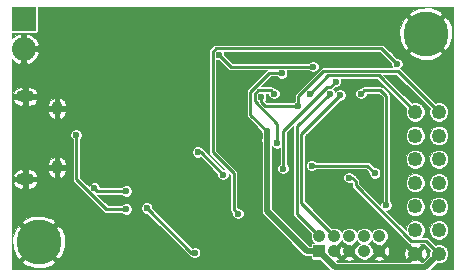
<source format=gbl>
G04 #@! TF.FileFunction,Copper,L2,Bot,Signal*
%FSLAX46Y46*%
G04 Gerber Fmt 4.6, Leading zero omitted, Abs format (unit mm)*
G04 Created by KiCad (PCBNEW 0.201602050916+6538~42~ubuntu15.10.1-product) date Fri 05 Feb 2016 02:43:43 PM EST*
%MOMM*%
G01*
G04 APERTURE LIST*
%ADD10C,0.100000*%
%ADD11R,1.050000X1.050000*%
%ADD12C,1.050000*%
%ADD13C,0.600000*%
%ADD14R,2.032000X2.032000*%
%ADD15O,2.032000X2.032000*%
%ADD16C,3.800000*%
%ADD17O,0.950000X1.250000*%
%ADD18O,1.550000X1.000000*%
%ADD19C,1.250000*%
%ADD20C,0.250000*%
%ADD21C,0.500000*%
%ADD22C,0.125000*%
G04 APERTURE END LIST*
D10*
D11*
X155575000Y-107696000D03*
D12*
X156845000Y-107696000D03*
X158115000Y-107696000D03*
X159385000Y-107696000D03*
X160655000Y-107696000D03*
X156845000Y-106426000D03*
X158115000Y-106426000D03*
X159385000Y-106426000D03*
X160655000Y-106426000D03*
X155575000Y-106426000D03*
D13*
X154432000Y-91313000D03*
X160274000Y-91567000D03*
X154686000Y-99441000D03*
X147955000Y-107442000D03*
X145288000Y-91313000D03*
X147320000Y-93091000D03*
X145923000Y-91059000D03*
X158496000Y-103886000D03*
X158496000Y-103124000D03*
X152273000Y-101854000D03*
X138176000Y-101473000D03*
X137414000Y-101600000D03*
X138049000Y-98298000D03*
X137414000Y-99187000D03*
X142621000Y-99949000D03*
X143002000Y-99314000D03*
X142240000Y-99314000D03*
X143891000Y-88773000D03*
X143510000Y-88138000D03*
X144145000Y-88138000D03*
X162814000Y-94107000D03*
X163322000Y-94615000D03*
X161798000Y-94996000D03*
X154178000Y-93345000D03*
X154432000Y-92710000D03*
X142494000Y-95377000D03*
X142494000Y-94742000D03*
X142494000Y-94107000D03*
X141478000Y-96393000D03*
X140335000Y-95377000D03*
X140335000Y-94742000D03*
X140335000Y-94107000D03*
X148209000Y-108077000D03*
X147574000Y-108077000D03*
X153670000Y-108966000D03*
X153035000Y-108966000D03*
X152400000Y-108966000D03*
X149606000Y-87249000D03*
X148971000Y-87249000D03*
X148336000Y-87249000D03*
X147701000Y-87249000D03*
X139827000Y-106934000D03*
X140081000Y-106299000D03*
X139319000Y-106299000D03*
X143226000Y-103916000D03*
X144526000Y-103886000D03*
X144526000Y-102616000D03*
X143226000Y-102616000D03*
X149606000Y-101219000D03*
X150368000Y-101219000D03*
X149987000Y-101854000D03*
X154686000Y-98044000D03*
X157152000Y-98933000D03*
X158877000Y-98933000D03*
X158877000Y-97208000D03*
D14*
X130556000Y-88011000D03*
D15*
X130556000Y-90551000D03*
D16*
X131826000Y-106934000D03*
X164592000Y-89281000D03*
D17*
X133388540Y-95606600D03*
X133388540Y-100606600D03*
D18*
X130688540Y-94606600D03*
X130688540Y-101606600D03*
D13*
X157152000Y-97208000D03*
D19*
X165703000Y-107918000D03*
X163703000Y-107918000D03*
X165703000Y-105918000D03*
X163703000Y-105918000D03*
X165703000Y-103918000D03*
X163703000Y-103918000D03*
X165703000Y-101918000D03*
X163703000Y-101918000D03*
X165703000Y-99918000D03*
X163703000Y-99918000D03*
X165703000Y-97918000D03*
X163703000Y-97918000D03*
X165703000Y-95918000D03*
X163703000Y-95918000D03*
D13*
X148209000Y-98298000D03*
X148844000Y-98298000D03*
X145288000Y-99314000D03*
X147447000Y-101219000D03*
X152400000Y-92600010D03*
X151130000Y-98298000D03*
X151130000Y-97536000D03*
X158115000Y-101473000D03*
X145034000Y-107823000D03*
X140970000Y-104041010D03*
X154813000Y-94361000D03*
X156464000Y-94361000D03*
X157353000Y-94488000D03*
X161250262Y-103798738D03*
X159096991Y-94361000D03*
X150622000Y-94615000D03*
X153797000Y-95377000D03*
X152527000Y-100711000D03*
X156965034Y-93338863D03*
X154940000Y-100457000D03*
X160274000Y-101092000D03*
X139255500Y-104140000D03*
X135001000Y-97853500D03*
X136541000Y-102362000D03*
X139255500Y-102616000D03*
X147066000Y-91059000D03*
X155067000Y-92075000D03*
X152001990Y-98552000D03*
X151765000Y-94361000D03*
X162151762Y-91848238D03*
X148717000Y-104521000D03*
D20*
X147447000Y-101219000D02*
X145542000Y-99314000D01*
X145542000Y-99314000D02*
X145288000Y-99314000D01*
D21*
X155575000Y-107696000D02*
X154550000Y-107696000D01*
X154550000Y-107696000D02*
X151130000Y-104276000D01*
X151130000Y-104276000D02*
X151130000Y-104149000D01*
X155575000Y-107696000D02*
X155575000Y-107721002D01*
X155575000Y-107721002D02*
X156932999Y-109079001D01*
X156932999Y-109079001D02*
X164541999Y-109079001D01*
X164541999Y-109079001D02*
X165078001Y-108542999D01*
X165078001Y-108542999D02*
X165703000Y-107918000D01*
D20*
X151130000Y-97536000D02*
X149746989Y-96152989D01*
X149746989Y-96152989D02*
X149746989Y-94218021D01*
X149746989Y-94218021D02*
X151365000Y-92600010D01*
X151365000Y-92600010D02*
X152400000Y-92600010D01*
D21*
X151130000Y-97536000D02*
X151130000Y-98298000D01*
D20*
X158115000Y-101473000D02*
X158369000Y-101473000D01*
D21*
X151130000Y-98298000D02*
X151130000Y-104149000D01*
D20*
X158369000Y-101473000D02*
X158668999Y-101772999D01*
X158668999Y-101772999D02*
X158668999Y-102142001D01*
X158668999Y-102142001D02*
X163333998Y-106807000D01*
X163333998Y-106807000D02*
X164592000Y-106807000D01*
X164592000Y-106807000D02*
X165078001Y-107293001D01*
X165078001Y-107293001D02*
X165703000Y-107918000D01*
X140970000Y-104041010D02*
X144751990Y-107823000D01*
X144751990Y-107823000D02*
X145034000Y-107823000D01*
X156360138Y-92813862D02*
X160598862Y-92813862D01*
X160598862Y-92813862D02*
X163703000Y-95918000D01*
X154813000Y-94361000D02*
X156360138Y-92813862D01*
X156464000Y-94361000D02*
X153683989Y-97141011D01*
X153683989Y-97141011D02*
X153683989Y-104534989D01*
X153683989Y-104534989D02*
X155575000Y-106426000D01*
X157353000Y-94488000D02*
X154033999Y-97807001D01*
X154033999Y-97807001D02*
X154033999Y-103614999D01*
X154033999Y-103614999D02*
X156845000Y-106426000D01*
X161250262Y-103798738D02*
X161250262Y-94560260D01*
X161250262Y-94560260D02*
X160751003Y-94061001D01*
X159396990Y-94061001D02*
X159096991Y-94361000D01*
X160751003Y-94061001D02*
X159396990Y-94061001D01*
X150622000Y-94615000D02*
X150622000Y-95039264D01*
X150622000Y-95039264D02*
X150959736Y-95377000D01*
X150959736Y-95377000D02*
X151130000Y-95377000D01*
X153797000Y-95377000D02*
X151130000Y-95377000D01*
X155933146Y-92463852D02*
X162248852Y-92463852D01*
X162248852Y-92463852D02*
X165703000Y-95918000D01*
X153797000Y-95377000D02*
X153797000Y-94599998D01*
X153797000Y-94599998D02*
X155933146Y-92463852D01*
X152527000Y-100711000D02*
X152527000Y-97520998D01*
X152527000Y-97520998D02*
X156211999Y-93835999D01*
X156467898Y-93835999D02*
X156965034Y-93338863D01*
X156211999Y-93835999D02*
X156467898Y-93835999D01*
X159639000Y-100457000D02*
X154940000Y-100457000D01*
X160274000Y-101092000D02*
X159639000Y-100457000D01*
X135001000Y-97853500D02*
X135001000Y-101599002D01*
X135001000Y-101599002D02*
X137541998Y-104140000D01*
X137541998Y-104140000D02*
X139255500Y-104140000D01*
X139255500Y-102616000D02*
X136795000Y-102616000D01*
X136795000Y-102616000D02*
X136541000Y-102362000D01*
X155067000Y-92075000D02*
X148082000Y-92075000D01*
X148082000Y-92075000D02*
X147066000Y-91059000D01*
X151765000Y-94361000D02*
X151465001Y-94061001D01*
X151465001Y-94061001D02*
X150398997Y-94061001D01*
X150398997Y-94061001D02*
X150096999Y-94362999D01*
X150096999Y-94362999D02*
X150096999Y-95009251D01*
X150096999Y-95009251D02*
X152001990Y-96914242D01*
X152001990Y-96914242D02*
X152001990Y-98552000D01*
X148717000Y-104521000D02*
X148318999Y-104122999D01*
X148318999Y-104122999D02*
X148318999Y-101093999D01*
X146540999Y-90806999D02*
X146813999Y-90533999D01*
X148318999Y-101093999D02*
X146540999Y-99315999D01*
X160837523Y-90533999D02*
X162151762Y-91848238D01*
X146540999Y-99315999D02*
X146540999Y-90806999D01*
X146813999Y-90533999D02*
X160837523Y-90533999D01*
D22*
G36*
X166869500Y-109211500D02*
X165028218Y-109211500D01*
X165518547Y-108721171D01*
X165540675Y-108730359D01*
X165863907Y-108730641D01*
X166162643Y-108607206D01*
X166391402Y-108378845D01*
X166515359Y-108080325D01*
X166515641Y-107757093D01*
X166392206Y-107458357D01*
X166163845Y-107229598D01*
X165865325Y-107105641D01*
X165542093Y-107105359D01*
X165393640Y-107166698D01*
X164812971Y-106586029D01*
X164784646Y-106567103D01*
X164711589Y-106518288D01*
X164592000Y-106494500D01*
X164275545Y-106494500D01*
X164391402Y-106378845D01*
X164515359Y-106080325D01*
X164515360Y-106078907D01*
X164890359Y-106078907D01*
X165013794Y-106377643D01*
X165242155Y-106606402D01*
X165540675Y-106730359D01*
X165863907Y-106730641D01*
X166162643Y-106607206D01*
X166391402Y-106378845D01*
X166515359Y-106080325D01*
X166515641Y-105757093D01*
X166392206Y-105458357D01*
X166163845Y-105229598D01*
X165865325Y-105105641D01*
X165542093Y-105105359D01*
X165243357Y-105228794D01*
X165014598Y-105457155D01*
X164890641Y-105755675D01*
X164890359Y-106078907D01*
X164515360Y-106078907D01*
X164515641Y-105757093D01*
X164392206Y-105458357D01*
X164163845Y-105229598D01*
X163865325Y-105105641D01*
X163542093Y-105105359D01*
X163243357Y-105228794D01*
X163014598Y-105457155D01*
X162890641Y-105755675D01*
X162890496Y-105921556D01*
X161255183Y-104286243D01*
X161346806Y-104286323D01*
X161526048Y-104212262D01*
X161659635Y-104078907D01*
X162890359Y-104078907D01*
X163013794Y-104377643D01*
X163242155Y-104606402D01*
X163540675Y-104730359D01*
X163863907Y-104730641D01*
X164162643Y-104607206D01*
X164391402Y-104378845D01*
X164515359Y-104080325D01*
X164515360Y-104078907D01*
X164890359Y-104078907D01*
X165013794Y-104377643D01*
X165242155Y-104606402D01*
X165540675Y-104730359D01*
X165863907Y-104730641D01*
X166162643Y-104607206D01*
X166391402Y-104378845D01*
X166515359Y-104080325D01*
X166515641Y-103757093D01*
X166392206Y-103458357D01*
X166163845Y-103229598D01*
X165865325Y-103105641D01*
X165542093Y-103105359D01*
X165243357Y-103228794D01*
X165014598Y-103457155D01*
X164890641Y-103755675D01*
X164890359Y-104078907D01*
X164515360Y-104078907D01*
X164515641Y-103757093D01*
X164392206Y-103458357D01*
X164163845Y-103229598D01*
X163865325Y-103105641D01*
X163542093Y-103105359D01*
X163243357Y-103228794D01*
X163014598Y-103457155D01*
X162890641Y-103755675D01*
X162890359Y-104078907D01*
X161659635Y-104078907D01*
X161663304Y-104075245D01*
X161737677Y-103896133D01*
X161737847Y-103702194D01*
X161663786Y-103522952D01*
X161562762Y-103421752D01*
X161562762Y-102078907D01*
X162890359Y-102078907D01*
X163013794Y-102377643D01*
X163242155Y-102606402D01*
X163540675Y-102730359D01*
X163863907Y-102730641D01*
X164162643Y-102607206D01*
X164391402Y-102378845D01*
X164515359Y-102080325D01*
X164515360Y-102078907D01*
X164890359Y-102078907D01*
X165013794Y-102377643D01*
X165242155Y-102606402D01*
X165540675Y-102730359D01*
X165863907Y-102730641D01*
X166162643Y-102607206D01*
X166391402Y-102378845D01*
X166515359Y-102080325D01*
X166515641Y-101757093D01*
X166392206Y-101458357D01*
X166163845Y-101229598D01*
X165865325Y-101105641D01*
X165542093Y-101105359D01*
X165243357Y-101228794D01*
X165014598Y-101457155D01*
X164890641Y-101755675D01*
X164890359Y-102078907D01*
X164515360Y-102078907D01*
X164515641Y-101757093D01*
X164392206Y-101458357D01*
X164163845Y-101229598D01*
X163865325Y-101105641D01*
X163542093Y-101105359D01*
X163243357Y-101228794D01*
X163014598Y-101457155D01*
X162890641Y-101755675D01*
X162890359Y-102078907D01*
X161562762Y-102078907D01*
X161562762Y-100078907D01*
X162890359Y-100078907D01*
X163013794Y-100377643D01*
X163242155Y-100606402D01*
X163540675Y-100730359D01*
X163863907Y-100730641D01*
X164162643Y-100607206D01*
X164391402Y-100378845D01*
X164515359Y-100080325D01*
X164515360Y-100078907D01*
X164890359Y-100078907D01*
X165013794Y-100377643D01*
X165242155Y-100606402D01*
X165540675Y-100730359D01*
X165863907Y-100730641D01*
X166162643Y-100607206D01*
X166391402Y-100378845D01*
X166515359Y-100080325D01*
X166515641Y-99757093D01*
X166392206Y-99458357D01*
X166163845Y-99229598D01*
X165865325Y-99105641D01*
X165542093Y-99105359D01*
X165243357Y-99228794D01*
X165014598Y-99457155D01*
X164890641Y-99755675D01*
X164890359Y-100078907D01*
X164515360Y-100078907D01*
X164515641Y-99757093D01*
X164392206Y-99458357D01*
X164163845Y-99229598D01*
X163865325Y-99105641D01*
X163542093Y-99105359D01*
X163243357Y-99228794D01*
X163014598Y-99457155D01*
X162890641Y-99755675D01*
X162890359Y-100078907D01*
X161562762Y-100078907D01*
X161562762Y-98078907D01*
X162890359Y-98078907D01*
X163013794Y-98377643D01*
X163242155Y-98606402D01*
X163540675Y-98730359D01*
X163863907Y-98730641D01*
X164162643Y-98607206D01*
X164391402Y-98378845D01*
X164515359Y-98080325D01*
X164515360Y-98078907D01*
X164890359Y-98078907D01*
X165013794Y-98377643D01*
X165242155Y-98606402D01*
X165540675Y-98730359D01*
X165863907Y-98730641D01*
X166162643Y-98607206D01*
X166391402Y-98378845D01*
X166515359Y-98080325D01*
X166515641Y-97757093D01*
X166392206Y-97458357D01*
X166163845Y-97229598D01*
X165865325Y-97105641D01*
X165542093Y-97105359D01*
X165243357Y-97228794D01*
X165014598Y-97457155D01*
X164890641Y-97755675D01*
X164890359Y-98078907D01*
X164515360Y-98078907D01*
X164515641Y-97757093D01*
X164392206Y-97458357D01*
X164163845Y-97229598D01*
X163865325Y-97105641D01*
X163542093Y-97105359D01*
X163243357Y-97228794D01*
X163014598Y-97457155D01*
X162890641Y-97755675D01*
X162890359Y-98078907D01*
X161562762Y-98078907D01*
X161562762Y-94560260D01*
X161538975Y-94440672D01*
X161471233Y-94339289D01*
X160971974Y-93840030D01*
X160951647Y-93826448D01*
X160870592Y-93772289D01*
X160751003Y-93748501D01*
X159396990Y-93748501D01*
X159277402Y-93772288D01*
X159176019Y-93840030D01*
X159142509Y-93873540D01*
X159000447Y-93873415D01*
X158821205Y-93947476D01*
X158683949Y-94084493D01*
X158609576Y-94263605D01*
X158609406Y-94457544D01*
X158683467Y-94636786D01*
X158820484Y-94774042D01*
X158999596Y-94848415D01*
X159193535Y-94848585D01*
X159372777Y-94774524D01*
X159510033Y-94637507D01*
X159584406Y-94458395D01*
X159584480Y-94373501D01*
X160621561Y-94373501D01*
X160937762Y-94689702D01*
X160937762Y-103421864D01*
X160837220Y-103522231D01*
X160762847Y-103701343D01*
X160762766Y-103793826D01*
X158981499Y-102012559D01*
X158981499Y-101772999D01*
X158976683Y-101748786D01*
X158957712Y-101653411D01*
X158889970Y-101552028D01*
X158589971Y-101252029D01*
X158536377Y-101216219D01*
X158528524Y-101197214D01*
X158391507Y-101059958D01*
X158212395Y-100985585D01*
X158018456Y-100985415D01*
X157839214Y-101059476D01*
X157701958Y-101196493D01*
X157627585Y-101375605D01*
X157627415Y-101569544D01*
X157701476Y-101748786D01*
X157838493Y-101886042D01*
X158017605Y-101960415D01*
X158211544Y-101960585D01*
X158355261Y-101901203D01*
X158356499Y-101902441D01*
X158356499Y-102142001D01*
X158380287Y-102261590D01*
X158424185Y-102327288D01*
X158448028Y-102362972D01*
X163113027Y-107027971D01*
X163214410Y-107095713D01*
X163269407Y-107106652D01*
X163230475Y-107174653D01*
X163703000Y-107647178D01*
X164175525Y-107174653D01*
X164143949Y-107119500D01*
X164462558Y-107119500D01*
X164951696Y-107608638D01*
X164890641Y-107755675D01*
X164890359Y-108078907D01*
X164900012Y-108102270D01*
X164360781Y-108641501D01*
X164155679Y-108641501D01*
X163703000Y-108188822D01*
X163250321Y-108641501D01*
X157114217Y-108641501D01*
X156996480Y-108523764D01*
X157164976Y-108492088D01*
X157181663Y-108485176D01*
X157243421Y-108365243D01*
X157716579Y-108365243D01*
X157778337Y-108485176D01*
X158105969Y-108553938D01*
X158434976Y-108492088D01*
X158451663Y-108485176D01*
X158513421Y-108365243D01*
X158115000Y-107966822D01*
X157716579Y-108365243D01*
X157243421Y-108365243D01*
X156845000Y-107966822D01*
X156830858Y-107980964D01*
X156560036Y-107710142D01*
X156574178Y-107696000D01*
X157115822Y-107696000D01*
X157291852Y-107872030D01*
X157318912Y-108015976D01*
X157325824Y-108032663D01*
X157445757Y-108094421D01*
X157480000Y-108060178D01*
X157514243Y-108094421D01*
X157634176Y-108032663D01*
X157667820Y-107872358D01*
X157844178Y-107696000D01*
X157668148Y-107519970D01*
X157641088Y-107376024D01*
X157634176Y-107359337D01*
X157514243Y-107297579D01*
X157480000Y-107331822D01*
X157445757Y-107297579D01*
X157325824Y-107359337D01*
X157292180Y-107519642D01*
X157115822Y-107696000D01*
X156574178Y-107696000D01*
X156560036Y-107681858D01*
X156830858Y-107411036D01*
X156845000Y-107425178D01*
X157233970Y-107036208D01*
X157248072Y-107030381D01*
X157448676Y-106830126D01*
X157479942Y-106754828D01*
X157510619Y-106829072D01*
X157710874Y-107029676D01*
X157725622Y-107035800D01*
X158115000Y-107425178D01*
X158503970Y-107036208D01*
X158518072Y-107030381D01*
X158718676Y-106830126D01*
X158749942Y-106754828D01*
X158780619Y-106829072D01*
X158980874Y-107029676D01*
X159056172Y-107060942D01*
X158981928Y-107091619D01*
X158781324Y-107291874D01*
X158775200Y-107306622D01*
X158385822Y-107696000D01*
X158774792Y-108084970D01*
X158780619Y-108099072D01*
X158980874Y-108299676D01*
X159242653Y-108408376D01*
X159526103Y-108408624D01*
X159631093Y-108365243D01*
X160256579Y-108365243D01*
X160318337Y-108485176D01*
X160645969Y-108553938D01*
X160974976Y-108492088D01*
X160991663Y-108485176D01*
X161053421Y-108365243D01*
X160655000Y-107966822D01*
X160256579Y-108365243D01*
X159631093Y-108365243D01*
X159788072Y-108300381D01*
X159988676Y-108100126D01*
X159994800Y-108085378D01*
X160384178Y-107696000D01*
X160925822Y-107696000D01*
X161324243Y-108094421D01*
X161444176Y-108032663D01*
X161475247Y-107884618D01*
X162743635Y-107884618D01*
X162803888Y-108254292D01*
X162829437Y-108315974D01*
X162959653Y-108390525D01*
X163432178Y-107918000D01*
X163973822Y-107918000D01*
X164446347Y-108390525D01*
X164576563Y-108315974D01*
X164662365Y-107951382D01*
X164602112Y-107581708D01*
X164576563Y-107520026D01*
X164446347Y-107445475D01*
X163973822Y-107918000D01*
X163432178Y-107918000D01*
X162959653Y-107445475D01*
X162829437Y-107520026D01*
X162743635Y-107884618D01*
X161475247Y-107884618D01*
X161512938Y-107705031D01*
X161451088Y-107376024D01*
X161444176Y-107359337D01*
X161324243Y-107297579D01*
X160925822Y-107696000D01*
X160384178Y-107696000D01*
X159995208Y-107307030D01*
X159989381Y-107292928D01*
X159789126Y-107092324D01*
X159713828Y-107061058D01*
X159788072Y-107030381D01*
X159988676Y-106830126D01*
X160019942Y-106754828D01*
X160050619Y-106829072D01*
X160250874Y-107029676D01*
X160265622Y-107035800D01*
X160655000Y-107425178D01*
X161043970Y-107036208D01*
X161058072Y-107030381D01*
X161258676Y-106830126D01*
X161367376Y-106568347D01*
X161367624Y-106284897D01*
X161259381Y-106022928D01*
X161059126Y-105822324D01*
X160797347Y-105713624D01*
X160513897Y-105713376D01*
X160251928Y-105821619D01*
X160051324Y-106021874D01*
X160020058Y-106097172D01*
X159989381Y-106022928D01*
X159789126Y-105822324D01*
X159527347Y-105713624D01*
X159243897Y-105713376D01*
X158981928Y-105821619D01*
X158781324Y-106021874D01*
X158750058Y-106097172D01*
X158719381Y-106022928D01*
X158519126Y-105822324D01*
X158257347Y-105713624D01*
X157973897Y-105713376D01*
X157711928Y-105821619D01*
X157511324Y-106021874D01*
X157480058Y-106097172D01*
X157449381Y-106022928D01*
X157249126Y-105822324D01*
X156987347Y-105713624D01*
X156703897Y-105713376D01*
X156612204Y-105751262D01*
X154346499Y-103485557D01*
X154346499Y-100553544D01*
X154452415Y-100553544D01*
X154526476Y-100732786D01*
X154663493Y-100870042D01*
X154842605Y-100944415D01*
X155036544Y-100944585D01*
X155215786Y-100870524D01*
X155316986Y-100769500D01*
X159509558Y-100769500D01*
X159786540Y-101046482D01*
X159786415Y-101188544D01*
X159860476Y-101367786D01*
X159997493Y-101505042D01*
X160176605Y-101579415D01*
X160370544Y-101579585D01*
X160549786Y-101505524D01*
X160687042Y-101368507D01*
X160761415Y-101189395D01*
X160761585Y-100995456D01*
X160687524Y-100816214D01*
X160550507Y-100678958D01*
X160371395Y-100604585D01*
X160228402Y-100604460D01*
X159859971Y-100236029D01*
X159841093Y-100223415D01*
X159758589Y-100168288D01*
X159639000Y-100144500D01*
X155316874Y-100144500D01*
X155216507Y-100043958D01*
X155037395Y-99969585D01*
X154843456Y-99969415D01*
X154664214Y-100043476D01*
X154526958Y-100180493D01*
X154452585Y-100359605D01*
X154452415Y-100553544D01*
X154346499Y-100553544D01*
X154346499Y-97936443D01*
X157307482Y-94975460D01*
X157449544Y-94975585D01*
X157628786Y-94901524D01*
X157766042Y-94764507D01*
X157840415Y-94585395D01*
X157840585Y-94391456D01*
X157766524Y-94212214D01*
X157629507Y-94074958D01*
X157450395Y-94000585D01*
X157256456Y-94000415D01*
X157077214Y-94074476D01*
X156939958Y-94211493D01*
X156934817Y-94223874D01*
X156877524Y-94085214D01*
X156769169Y-93976670D01*
X156919516Y-93826323D01*
X157061578Y-93826448D01*
X157240820Y-93752387D01*
X157378076Y-93615370D01*
X157452449Y-93436258D01*
X157452619Y-93242319D01*
X157404707Y-93126362D01*
X160469420Y-93126362D01*
X162951696Y-95608638D01*
X162890641Y-95755675D01*
X162890359Y-96078907D01*
X163013794Y-96377643D01*
X163242155Y-96606402D01*
X163540675Y-96730359D01*
X163863907Y-96730641D01*
X164162643Y-96607206D01*
X164391402Y-96378845D01*
X164515359Y-96080325D01*
X164515641Y-95757093D01*
X164392206Y-95458357D01*
X164163845Y-95229598D01*
X163865325Y-95105641D01*
X163542093Y-95105359D01*
X163393640Y-95166698D01*
X161003294Y-92776352D01*
X162119410Y-92776352D01*
X164951696Y-95608638D01*
X164890641Y-95755675D01*
X164890359Y-96078907D01*
X165013794Y-96377643D01*
X165242155Y-96606402D01*
X165540675Y-96730359D01*
X165863907Y-96730641D01*
X166162643Y-96607206D01*
X166391402Y-96378845D01*
X166515359Y-96080325D01*
X166515641Y-95757093D01*
X166392206Y-95458357D01*
X166163845Y-95229598D01*
X165865325Y-95105641D01*
X165542093Y-95105359D01*
X165393640Y-95166698D01*
X162469823Y-92242881D01*
X162455829Y-92233530D01*
X162564804Y-92124745D01*
X162639177Y-91945633D01*
X162639347Y-91751694D01*
X162565286Y-91572452D01*
X162428269Y-91435196D01*
X162249157Y-91360823D01*
X162106164Y-91360698D01*
X161697978Y-90952512D01*
X163191310Y-90952512D01*
X163423355Y-91215302D01*
X164252538Y-91515283D01*
X165133401Y-91475115D01*
X165760645Y-91215302D01*
X165992690Y-90952512D01*
X164592000Y-89551822D01*
X163191310Y-90952512D01*
X161697978Y-90952512D01*
X161058494Y-90313028D01*
X160957112Y-90245287D01*
X160837523Y-90221499D01*
X146813999Y-90221499D01*
X146694410Y-90245287D01*
X146593028Y-90313028D01*
X146320028Y-90586028D01*
X146252287Y-90687410D01*
X146228499Y-90806999D01*
X146228499Y-99315999D01*
X146252287Y-99435588D01*
X146266698Y-99457155D01*
X146320028Y-99536970D01*
X147514617Y-100731559D01*
X147401402Y-100731460D01*
X145762971Y-99093029D01*
X145709376Y-99057218D01*
X145701524Y-99038214D01*
X145564507Y-98900958D01*
X145385395Y-98826585D01*
X145191456Y-98826415D01*
X145012214Y-98900476D01*
X144874958Y-99037493D01*
X144800585Y-99216605D01*
X144800415Y-99410544D01*
X144874476Y-99589786D01*
X145011493Y-99727042D01*
X145190605Y-99801415D01*
X145384544Y-99801585D01*
X145528261Y-99742203D01*
X146959540Y-101173482D01*
X146959415Y-101315544D01*
X147033476Y-101494786D01*
X147170493Y-101632042D01*
X147349605Y-101706415D01*
X147543544Y-101706585D01*
X147722786Y-101632524D01*
X147860042Y-101495507D01*
X147934415Y-101316395D01*
X147934560Y-101151502D01*
X148006499Y-101223441D01*
X148006499Y-104122999D01*
X148030287Y-104242588D01*
X148079871Y-104316796D01*
X148098028Y-104343970D01*
X148229540Y-104475482D01*
X148229415Y-104617544D01*
X148303476Y-104796786D01*
X148440493Y-104934042D01*
X148619605Y-105008415D01*
X148813544Y-105008585D01*
X148992786Y-104934524D01*
X149130042Y-104797507D01*
X149204415Y-104618395D01*
X149204585Y-104424456D01*
X149130524Y-104245214D01*
X148993507Y-104107958D01*
X148814395Y-104033585D01*
X148671402Y-104033460D01*
X148631499Y-103993557D01*
X148631499Y-101093999D01*
X148624632Y-101059476D01*
X148607712Y-100974411D01*
X148539970Y-100873028D01*
X146853499Y-99186557D01*
X146853499Y-91498619D01*
X146968605Y-91546415D01*
X147111598Y-91546540D01*
X147861029Y-92295971D01*
X147962411Y-92363712D01*
X148082000Y-92387500D01*
X151135568Y-92387500D01*
X149526018Y-93997050D01*
X149458277Y-94098432D01*
X149434489Y-94218021D01*
X149434489Y-96152989D01*
X149458277Y-96272578D01*
X149526018Y-96373960D01*
X150642540Y-97490482D01*
X150642415Y-97632544D01*
X150692500Y-97753759D01*
X150692500Y-98080395D01*
X150642585Y-98200605D01*
X150642415Y-98394544D01*
X150692500Y-98515759D01*
X150692500Y-104276000D01*
X150725803Y-104443424D01*
X150820641Y-104585359D01*
X154240641Y-108005359D01*
X154382576Y-108100197D01*
X154550000Y-108133500D01*
X154858827Y-108133500D01*
X154858827Y-108221000D01*
X154873379Y-108294159D01*
X154914820Y-108356180D01*
X154976841Y-108397621D01*
X155050000Y-108412173D01*
X155647453Y-108412173D01*
X156446780Y-109211500D01*
X129548500Y-109211500D01*
X129548500Y-108605512D01*
X130425310Y-108605512D01*
X130657355Y-108868302D01*
X131486538Y-109168283D01*
X132367401Y-109128115D01*
X132994645Y-108868302D01*
X133226690Y-108605512D01*
X131826000Y-107204822D01*
X130425310Y-108605512D01*
X129548500Y-108605512D01*
X129548500Y-106594538D01*
X129591717Y-106594538D01*
X129631885Y-107475401D01*
X129891698Y-108102645D01*
X130154488Y-108334690D01*
X131555178Y-106934000D01*
X132096822Y-106934000D01*
X133497512Y-108334690D01*
X133760302Y-108102645D01*
X134060283Y-107273462D01*
X134020115Y-106392599D01*
X133760302Y-105765355D01*
X133497512Y-105533310D01*
X132096822Y-106934000D01*
X131555178Y-106934000D01*
X130154488Y-105533310D01*
X129891698Y-105765355D01*
X129591717Y-106594538D01*
X129548500Y-106594538D01*
X129548500Y-105262488D01*
X130425310Y-105262488D01*
X131826000Y-106663178D01*
X133226690Y-105262488D01*
X132994645Y-104999698D01*
X132165462Y-104699717D01*
X131284599Y-104739885D01*
X130657355Y-104999698D01*
X130425310Y-105262488D01*
X129548500Y-105262488D01*
X129548500Y-101919908D01*
X129659544Y-101919908D01*
X129794192Y-102159794D01*
X130053035Y-102354699D01*
X130366762Y-102435713D01*
X130497040Y-102353698D01*
X130497040Y-101798100D01*
X130880040Y-101798100D01*
X130880040Y-102353698D01*
X131010318Y-102435713D01*
X131324045Y-102354699D01*
X131582888Y-102159794D01*
X131717536Y-101919908D01*
X131675614Y-101798100D01*
X130880040Y-101798100D01*
X130497040Y-101798100D01*
X129701466Y-101798100D01*
X129659544Y-101919908D01*
X129548500Y-101919908D01*
X129548500Y-101293292D01*
X129659544Y-101293292D01*
X129701466Y-101415100D01*
X130497040Y-101415100D01*
X130497040Y-100859502D01*
X130880040Y-100859502D01*
X130880040Y-101415100D01*
X131675614Y-101415100D01*
X131717536Y-101293292D01*
X131582888Y-101053406D01*
X131406542Y-100920620D01*
X132618245Y-100920620D01*
X132739648Y-101202914D01*
X132959839Y-101417261D01*
X133079259Y-101485172D01*
X133197040Y-101442753D01*
X133197040Y-100798100D01*
X133580040Y-100798100D01*
X133580040Y-101442753D01*
X133697821Y-101485172D01*
X133817241Y-101417261D01*
X134037432Y-101202914D01*
X134158835Y-100920620D01*
X134095885Y-100798100D01*
X133580040Y-100798100D01*
X133197040Y-100798100D01*
X132681195Y-100798100D01*
X132618245Y-100920620D01*
X131406542Y-100920620D01*
X131324045Y-100858501D01*
X131010318Y-100777487D01*
X130880040Y-100859502D01*
X130497040Y-100859502D01*
X130366762Y-100777487D01*
X130053035Y-100858501D01*
X129794192Y-101053406D01*
X129659544Y-101293292D01*
X129548500Y-101293292D01*
X129548500Y-100292580D01*
X132618245Y-100292580D01*
X132681195Y-100415100D01*
X133197040Y-100415100D01*
X133197040Y-99770447D01*
X133580040Y-99770447D01*
X133580040Y-100415100D01*
X134095885Y-100415100D01*
X134158835Y-100292580D01*
X134037432Y-100010286D01*
X133817241Y-99795939D01*
X133697821Y-99728028D01*
X133580040Y-99770447D01*
X133197040Y-99770447D01*
X133079259Y-99728028D01*
X132959839Y-99795939D01*
X132739648Y-100010286D01*
X132618245Y-100292580D01*
X129548500Y-100292580D01*
X129548500Y-97950044D01*
X134513415Y-97950044D01*
X134587476Y-98129286D01*
X134688500Y-98230486D01*
X134688500Y-101599002D01*
X134712288Y-101718591D01*
X134748642Y-101772999D01*
X134780029Y-101819973D01*
X137321027Y-104360971D01*
X137422410Y-104428713D01*
X137541998Y-104452500D01*
X138878626Y-104452500D01*
X138978993Y-104553042D01*
X139158105Y-104627415D01*
X139352044Y-104627585D01*
X139531286Y-104553524D01*
X139668542Y-104416507D01*
X139742915Y-104237395D01*
X139743002Y-104137554D01*
X140482415Y-104137554D01*
X140556476Y-104316796D01*
X140693493Y-104454052D01*
X140872605Y-104528425D01*
X141015598Y-104528550D01*
X144531019Y-108043971D01*
X144632402Y-108111713D01*
X144633623Y-108111956D01*
X144757493Y-108236042D01*
X144936605Y-108310415D01*
X145130544Y-108310585D01*
X145309786Y-108236524D01*
X145447042Y-108099507D01*
X145521415Y-107920395D01*
X145521585Y-107726456D01*
X145447524Y-107547214D01*
X145310507Y-107409958D01*
X145131395Y-107335585D01*
X144937456Y-107335415D01*
X144773919Y-107402987D01*
X141457460Y-104086528D01*
X141457585Y-103944466D01*
X141383524Y-103765224D01*
X141246507Y-103627968D01*
X141067395Y-103553595D01*
X140873456Y-103553425D01*
X140694214Y-103627486D01*
X140556958Y-103764503D01*
X140482585Y-103943615D01*
X140482415Y-104137554D01*
X139743002Y-104137554D01*
X139743085Y-104043456D01*
X139669024Y-103864214D01*
X139532007Y-103726958D01*
X139352895Y-103652585D01*
X139158956Y-103652415D01*
X138979714Y-103726476D01*
X138878514Y-103827500D01*
X137671440Y-103827500D01*
X136766838Y-102922898D01*
X136795000Y-102928500D01*
X138878626Y-102928500D01*
X138978993Y-103029042D01*
X139158105Y-103103415D01*
X139352044Y-103103585D01*
X139531286Y-103029524D01*
X139668542Y-102892507D01*
X139742915Y-102713395D01*
X139743085Y-102519456D01*
X139669024Y-102340214D01*
X139532007Y-102202958D01*
X139352895Y-102128585D01*
X139158956Y-102128415D01*
X138979714Y-102202476D01*
X138878514Y-102303500D01*
X137028552Y-102303500D01*
X137028585Y-102265456D01*
X136954524Y-102086214D01*
X136817507Y-101948958D01*
X136638395Y-101874585D01*
X136444456Y-101874415D01*
X136265214Y-101948476D01*
X136127958Y-102085493D01*
X136069710Y-102225770D01*
X135313500Y-101469560D01*
X135313500Y-98230374D01*
X135414042Y-98130007D01*
X135488415Y-97950895D01*
X135488585Y-97756956D01*
X135414524Y-97577714D01*
X135277507Y-97440458D01*
X135098395Y-97366085D01*
X134904456Y-97365915D01*
X134725214Y-97439976D01*
X134587958Y-97576993D01*
X134513585Y-97756105D01*
X134513415Y-97950044D01*
X129548500Y-97950044D01*
X129548500Y-95920620D01*
X132618245Y-95920620D01*
X132739648Y-96202914D01*
X132959839Y-96417261D01*
X133079259Y-96485172D01*
X133197040Y-96442753D01*
X133197040Y-95798100D01*
X133580040Y-95798100D01*
X133580040Y-96442753D01*
X133697821Y-96485172D01*
X133817241Y-96417261D01*
X134037432Y-96202914D01*
X134158835Y-95920620D01*
X134095885Y-95798100D01*
X133580040Y-95798100D01*
X133197040Y-95798100D01*
X132681195Y-95798100D01*
X132618245Y-95920620D01*
X129548500Y-95920620D01*
X129548500Y-94919908D01*
X129659544Y-94919908D01*
X129794192Y-95159794D01*
X130053035Y-95354699D01*
X130366762Y-95435713D01*
X130497040Y-95353698D01*
X130497040Y-94798100D01*
X130880040Y-94798100D01*
X130880040Y-95353698D01*
X131010318Y-95435713D01*
X131324045Y-95354699D01*
X131406541Y-95292580D01*
X132618245Y-95292580D01*
X132681195Y-95415100D01*
X133197040Y-95415100D01*
X133197040Y-94770447D01*
X133580040Y-94770447D01*
X133580040Y-95415100D01*
X134095885Y-95415100D01*
X134158835Y-95292580D01*
X134037432Y-95010286D01*
X133817241Y-94795939D01*
X133697821Y-94728028D01*
X133580040Y-94770447D01*
X133197040Y-94770447D01*
X133079259Y-94728028D01*
X132959839Y-94795939D01*
X132739648Y-95010286D01*
X132618245Y-95292580D01*
X131406541Y-95292580D01*
X131582888Y-95159794D01*
X131717536Y-94919908D01*
X131675614Y-94798100D01*
X130880040Y-94798100D01*
X130497040Y-94798100D01*
X129701466Y-94798100D01*
X129659544Y-94919908D01*
X129548500Y-94919908D01*
X129548500Y-94293292D01*
X129659544Y-94293292D01*
X129701466Y-94415100D01*
X130497040Y-94415100D01*
X130497040Y-93859502D01*
X130880040Y-93859502D01*
X130880040Y-94415100D01*
X131675614Y-94415100D01*
X131717536Y-94293292D01*
X131582888Y-94053406D01*
X131324045Y-93858501D01*
X131010318Y-93777487D01*
X130880040Y-93859502D01*
X130497040Y-93859502D01*
X130366762Y-93777487D01*
X130053035Y-93858501D01*
X129794192Y-94053406D01*
X129659544Y-94293292D01*
X129548500Y-94293292D01*
X129548500Y-91416893D01*
X129935823Y-91730399D01*
X130160573Y-91823476D01*
X130364500Y-91789659D01*
X130364500Y-90742500D01*
X130747500Y-90742500D01*
X130747500Y-91789659D01*
X130951427Y-91823476D01*
X131176177Y-91730399D01*
X131580305Y-91403291D01*
X131828492Y-90946430D01*
X131795559Y-90742500D01*
X130747500Y-90742500D01*
X130364500Y-90742500D01*
X130344500Y-90742500D01*
X130344500Y-90359500D01*
X130364500Y-90359500D01*
X130364500Y-89312341D01*
X130747500Y-89312341D01*
X130747500Y-90359500D01*
X131795559Y-90359500D01*
X131828492Y-90155570D01*
X131580305Y-89698709D01*
X131176177Y-89371601D01*
X130951427Y-89278524D01*
X130747500Y-89312341D01*
X130364500Y-89312341D01*
X130160573Y-89278524D01*
X129935823Y-89371601D01*
X129548500Y-89685107D01*
X129548500Y-89218173D01*
X131572000Y-89218173D01*
X131645159Y-89203621D01*
X131707180Y-89162180D01*
X131748621Y-89100159D01*
X131763173Y-89027000D01*
X131763173Y-88941538D01*
X162357717Y-88941538D01*
X162397885Y-89822401D01*
X162657698Y-90449645D01*
X162920488Y-90681690D01*
X164321178Y-89281000D01*
X164862822Y-89281000D01*
X166263512Y-90681690D01*
X166526302Y-90449645D01*
X166826283Y-89620462D01*
X166786115Y-88739599D01*
X166526302Y-88112355D01*
X166263512Y-87880310D01*
X164862822Y-89281000D01*
X164321178Y-89281000D01*
X162920488Y-87880310D01*
X162657698Y-88112355D01*
X162357717Y-88941538D01*
X131763173Y-88941538D01*
X131763173Y-87609488D01*
X163191310Y-87609488D01*
X164592000Y-89010178D01*
X165992690Y-87609488D01*
X165760645Y-87346698D01*
X164931462Y-87046717D01*
X164050599Y-87086885D01*
X163423355Y-87346698D01*
X163191310Y-87609488D01*
X131763173Y-87609488D01*
X131763173Y-87003500D01*
X166869500Y-87003500D01*
X166869500Y-109211500D01*
X166869500Y-109211500D01*
G37*
X166869500Y-109211500D02*
X165028218Y-109211500D01*
X165518547Y-108721171D01*
X165540675Y-108730359D01*
X165863907Y-108730641D01*
X166162643Y-108607206D01*
X166391402Y-108378845D01*
X166515359Y-108080325D01*
X166515641Y-107757093D01*
X166392206Y-107458357D01*
X166163845Y-107229598D01*
X165865325Y-107105641D01*
X165542093Y-107105359D01*
X165393640Y-107166698D01*
X164812971Y-106586029D01*
X164784646Y-106567103D01*
X164711589Y-106518288D01*
X164592000Y-106494500D01*
X164275545Y-106494500D01*
X164391402Y-106378845D01*
X164515359Y-106080325D01*
X164515360Y-106078907D01*
X164890359Y-106078907D01*
X165013794Y-106377643D01*
X165242155Y-106606402D01*
X165540675Y-106730359D01*
X165863907Y-106730641D01*
X166162643Y-106607206D01*
X166391402Y-106378845D01*
X166515359Y-106080325D01*
X166515641Y-105757093D01*
X166392206Y-105458357D01*
X166163845Y-105229598D01*
X165865325Y-105105641D01*
X165542093Y-105105359D01*
X165243357Y-105228794D01*
X165014598Y-105457155D01*
X164890641Y-105755675D01*
X164890359Y-106078907D01*
X164515360Y-106078907D01*
X164515641Y-105757093D01*
X164392206Y-105458357D01*
X164163845Y-105229598D01*
X163865325Y-105105641D01*
X163542093Y-105105359D01*
X163243357Y-105228794D01*
X163014598Y-105457155D01*
X162890641Y-105755675D01*
X162890496Y-105921556D01*
X161255183Y-104286243D01*
X161346806Y-104286323D01*
X161526048Y-104212262D01*
X161659635Y-104078907D01*
X162890359Y-104078907D01*
X163013794Y-104377643D01*
X163242155Y-104606402D01*
X163540675Y-104730359D01*
X163863907Y-104730641D01*
X164162643Y-104607206D01*
X164391402Y-104378845D01*
X164515359Y-104080325D01*
X164515360Y-104078907D01*
X164890359Y-104078907D01*
X165013794Y-104377643D01*
X165242155Y-104606402D01*
X165540675Y-104730359D01*
X165863907Y-104730641D01*
X166162643Y-104607206D01*
X166391402Y-104378845D01*
X166515359Y-104080325D01*
X166515641Y-103757093D01*
X166392206Y-103458357D01*
X166163845Y-103229598D01*
X165865325Y-103105641D01*
X165542093Y-103105359D01*
X165243357Y-103228794D01*
X165014598Y-103457155D01*
X164890641Y-103755675D01*
X164890359Y-104078907D01*
X164515360Y-104078907D01*
X164515641Y-103757093D01*
X164392206Y-103458357D01*
X164163845Y-103229598D01*
X163865325Y-103105641D01*
X163542093Y-103105359D01*
X163243357Y-103228794D01*
X163014598Y-103457155D01*
X162890641Y-103755675D01*
X162890359Y-104078907D01*
X161659635Y-104078907D01*
X161663304Y-104075245D01*
X161737677Y-103896133D01*
X161737847Y-103702194D01*
X161663786Y-103522952D01*
X161562762Y-103421752D01*
X161562762Y-102078907D01*
X162890359Y-102078907D01*
X163013794Y-102377643D01*
X163242155Y-102606402D01*
X163540675Y-102730359D01*
X163863907Y-102730641D01*
X164162643Y-102607206D01*
X164391402Y-102378845D01*
X164515359Y-102080325D01*
X164515360Y-102078907D01*
X164890359Y-102078907D01*
X165013794Y-102377643D01*
X165242155Y-102606402D01*
X165540675Y-102730359D01*
X165863907Y-102730641D01*
X166162643Y-102607206D01*
X166391402Y-102378845D01*
X166515359Y-102080325D01*
X166515641Y-101757093D01*
X166392206Y-101458357D01*
X166163845Y-101229598D01*
X165865325Y-101105641D01*
X165542093Y-101105359D01*
X165243357Y-101228794D01*
X165014598Y-101457155D01*
X164890641Y-101755675D01*
X164890359Y-102078907D01*
X164515360Y-102078907D01*
X164515641Y-101757093D01*
X164392206Y-101458357D01*
X164163845Y-101229598D01*
X163865325Y-101105641D01*
X163542093Y-101105359D01*
X163243357Y-101228794D01*
X163014598Y-101457155D01*
X162890641Y-101755675D01*
X162890359Y-102078907D01*
X161562762Y-102078907D01*
X161562762Y-100078907D01*
X162890359Y-100078907D01*
X163013794Y-100377643D01*
X163242155Y-100606402D01*
X163540675Y-100730359D01*
X163863907Y-100730641D01*
X164162643Y-100607206D01*
X164391402Y-100378845D01*
X164515359Y-100080325D01*
X164515360Y-100078907D01*
X164890359Y-100078907D01*
X165013794Y-100377643D01*
X165242155Y-100606402D01*
X165540675Y-100730359D01*
X165863907Y-100730641D01*
X166162643Y-100607206D01*
X166391402Y-100378845D01*
X166515359Y-100080325D01*
X166515641Y-99757093D01*
X166392206Y-99458357D01*
X166163845Y-99229598D01*
X165865325Y-99105641D01*
X165542093Y-99105359D01*
X165243357Y-99228794D01*
X165014598Y-99457155D01*
X164890641Y-99755675D01*
X164890359Y-100078907D01*
X164515360Y-100078907D01*
X164515641Y-99757093D01*
X164392206Y-99458357D01*
X164163845Y-99229598D01*
X163865325Y-99105641D01*
X163542093Y-99105359D01*
X163243357Y-99228794D01*
X163014598Y-99457155D01*
X162890641Y-99755675D01*
X162890359Y-100078907D01*
X161562762Y-100078907D01*
X161562762Y-98078907D01*
X162890359Y-98078907D01*
X163013794Y-98377643D01*
X163242155Y-98606402D01*
X163540675Y-98730359D01*
X163863907Y-98730641D01*
X164162643Y-98607206D01*
X164391402Y-98378845D01*
X164515359Y-98080325D01*
X164515360Y-98078907D01*
X164890359Y-98078907D01*
X165013794Y-98377643D01*
X165242155Y-98606402D01*
X165540675Y-98730359D01*
X165863907Y-98730641D01*
X166162643Y-98607206D01*
X166391402Y-98378845D01*
X166515359Y-98080325D01*
X166515641Y-97757093D01*
X166392206Y-97458357D01*
X166163845Y-97229598D01*
X165865325Y-97105641D01*
X165542093Y-97105359D01*
X165243357Y-97228794D01*
X165014598Y-97457155D01*
X164890641Y-97755675D01*
X164890359Y-98078907D01*
X164515360Y-98078907D01*
X164515641Y-97757093D01*
X164392206Y-97458357D01*
X164163845Y-97229598D01*
X163865325Y-97105641D01*
X163542093Y-97105359D01*
X163243357Y-97228794D01*
X163014598Y-97457155D01*
X162890641Y-97755675D01*
X162890359Y-98078907D01*
X161562762Y-98078907D01*
X161562762Y-94560260D01*
X161538975Y-94440672D01*
X161471233Y-94339289D01*
X160971974Y-93840030D01*
X160951647Y-93826448D01*
X160870592Y-93772289D01*
X160751003Y-93748501D01*
X159396990Y-93748501D01*
X159277402Y-93772288D01*
X159176019Y-93840030D01*
X159142509Y-93873540D01*
X159000447Y-93873415D01*
X158821205Y-93947476D01*
X158683949Y-94084493D01*
X158609576Y-94263605D01*
X158609406Y-94457544D01*
X158683467Y-94636786D01*
X158820484Y-94774042D01*
X158999596Y-94848415D01*
X159193535Y-94848585D01*
X159372777Y-94774524D01*
X159510033Y-94637507D01*
X159584406Y-94458395D01*
X159584480Y-94373501D01*
X160621561Y-94373501D01*
X160937762Y-94689702D01*
X160937762Y-103421864D01*
X160837220Y-103522231D01*
X160762847Y-103701343D01*
X160762766Y-103793826D01*
X158981499Y-102012559D01*
X158981499Y-101772999D01*
X158976683Y-101748786D01*
X158957712Y-101653411D01*
X158889970Y-101552028D01*
X158589971Y-101252029D01*
X158536377Y-101216219D01*
X158528524Y-101197214D01*
X158391507Y-101059958D01*
X158212395Y-100985585D01*
X158018456Y-100985415D01*
X157839214Y-101059476D01*
X157701958Y-101196493D01*
X157627585Y-101375605D01*
X157627415Y-101569544D01*
X157701476Y-101748786D01*
X157838493Y-101886042D01*
X158017605Y-101960415D01*
X158211544Y-101960585D01*
X158355261Y-101901203D01*
X158356499Y-101902441D01*
X158356499Y-102142001D01*
X158380287Y-102261590D01*
X158424185Y-102327288D01*
X158448028Y-102362972D01*
X163113027Y-107027971D01*
X163214410Y-107095713D01*
X163269407Y-107106652D01*
X163230475Y-107174653D01*
X163703000Y-107647178D01*
X164175525Y-107174653D01*
X164143949Y-107119500D01*
X164462558Y-107119500D01*
X164951696Y-107608638D01*
X164890641Y-107755675D01*
X164890359Y-108078907D01*
X164900012Y-108102270D01*
X164360781Y-108641501D01*
X164155679Y-108641501D01*
X163703000Y-108188822D01*
X163250321Y-108641501D01*
X157114217Y-108641501D01*
X156996480Y-108523764D01*
X157164976Y-108492088D01*
X157181663Y-108485176D01*
X157243421Y-108365243D01*
X157716579Y-108365243D01*
X157778337Y-108485176D01*
X158105969Y-108553938D01*
X158434976Y-108492088D01*
X158451663Y-108485176D01*
X158513421Y-108365243D01*
X158115000Y-107966822D01*
X157716579Y-108365243D01*
X157243421Y-108365243D01*
X156845000Y-107966822D01*
X156830858Y-107980964D01*
X156560036Y-107710142D01*
X156574178Y-107696000D01*
X157115822Y-107696000D01*
X157291852Y-107872030D01*
X157318912Y-108015976D01*
X157325824Y-108032663D01*
X157445757Y-108094421D01*
X157480000Y-108060178D01*
X157514243Y-108094421D01*
X157634176Y-108032663D01*
X157667820Y-107872358D01*
X157844178Y-107696000D01*
X157668148Y-107519970D01*
X157641088Y-107376024D01*
X157634176Y-107359337D01*
X157514243Y-107297579D01*
X157480000Y-107331822D01*
X157445757Y-107297579D01*
X157325824Y-107359337D01*
X157292180Y-107519642D01*
X157115822Y-107696000D01*
X156574178Y-107696000D01*
X156560036Y-107681858D01*
X156830858Y-107411036D01*
X156845000Y-107425178D01*
X157233970Y-107036208D01*
X157248072Y-107030381D01*
X157448676Y-106830126D01*
X157479942Y-106754828D01*
X157510619Y-106829072D01*
X157710874Y-107029676D01*
X157725622Y-107035800D01*
X158115000Y-107425178D01*
X158503970Y-107036208D01*
X158518072Y-107030381D01*
X158718676Y-106830126D01*
X158749942Y-106754828D01*
X158780619Y-106829072D01*
X158980874Y-107029676D01*
X159056172Y-107060942D01*
X158981928Y-107091619D01*
X158781324Y-107291874D01*
X158775200Y-107306622D01*
X158385822Y-107696000D01*
X158774792Y-108084970D01*
X158780619Y-108099072D01*
X158980874Y-108299676D01*
X159242653Y-108408376D01*
X159526103Y-108408624D01*
X159631093Y-108365243D01*
X160256579Y-108365243D01*
X160318337Y-108485176D01*
X160645969Y-108553938D01*
X160974976Y-108492088D01*
X160991663Y-108485176D01*
X161053421Y-108365243D01*
X160655000Y-107966822D01*
X160256579Y-108365243D01*
X159631093Y-108365243D01*
X159788072Y-108300381D01*
X159988676Y-108100126D01*
X159994800Y-108085378D01*
X160384178Y-107696000D01*
X160925822Y-107696000D01*
X161324243Y-108094421D01*
X161444176Y-108032663D01*
X161475247Y-107884618D01*
X162743635Y-107884618D01*
X162803888Y-108254292D01*
X162829437Y-108315974D01*
X162959653Y-108390525D01*
X163432178Y-107918000D01*
X163973822Y-107918000D01*
X164446347Y-108390525D01*
X164576563Y-108315974D01*
X164662365Y-107951382D01*
X164602112Y-107581708D01*
X164576563Y-107520026D01*
X164446347Y-107445475D01*
X163973822Y-107918000D01*
X163432178Y-107918000D01*
X162959653Y-107445475D01*
X162829437Y-107520026D01*
X162743635Y-107884618D01*
X161475247Y-107884618D01*
X161512938Y-107705031D01*
X161451088Y-107376024D01*
X161444176Y-107359337D01*
X161324243Y-107297579D01*
X160925822Y-107696000D01*
X160384178Y-107696000D01*
X159995208Y-107307030D01*
X159989381Y-107292928D01*
X159789126Y-107092324D01*
X159713828Y-107061058D01*
X159788072Y-107030381D01*
X159988676Y-106830126D01*
X160019942Y-106754828D01*
X160050619Y-106829072D01*
X160250874Y-107029676D01*
X160265622Y-107035800D01*
X160655000Y-107425178D01*
X161043970Y-107036208D01*
X161058072Y-107030381D01*
X161258676Y-106830126D01*
X161367376Y-106568347D01*
X161367624Y-106284897D01*
X161259381Y-106022928D01*
X161059126Y-105822324D01*
X160797347Y-105713624D01*
X160513897Y-105713376D01*
X160251928Y-105821619D01*
X160051324Y-106021874D01*
X160020058Y-106097172D01*
X159989381Y-106022928D01*
X159789126Y-105822324D01*
X159527347Y-105713624D01*
X159243897Y-105713376D01*
X158981928Y-105821619D01*
X158781324Y-106021874D01*
X158750058Y-106097172D01*
X158719381Y-106022928D01*
X158519126Y-105822324D01*
X158257347Y-105713624D01*
X157973897Y-105713376D01*
X157711928Y-105821619D01*
X157511324Y-106021874D01*
X157480058Y-106097172D01*
X157449381Y-106022928D01*
X157249126Y-105822324D01*
X156987347Y-105713624D01*
X156703897Y-105713376D01*
X156612204Y-105751262D01*
X154346499Y-103485557D01*
X154346499Y-100553544D01*
X154452415Y-100553544D01*
X154526476Y-100732786D01*
X154663493Y-100870042D01*
X154842605Y-100944415D01*
X155036544Y-100944585D01*
X155215786Y-100870524D01*
X155316986Y-100769500D01*
X159509558Y-100769500D01*
X159786540Y-101046482D01*
X159786415Y-101188544D01*
X159860476Y-101367786D01*
X159997493Y-101505042D01*
X160176605Y-101579415D01*
X160370544Y-101579585D01*
X160549786Y-101505524D01*
X160687042Y-101368507D01*
X160761415Y-101189395D01*
X160761585Y-100995456D01*
X160687524Y-100816214D01*
X160550507Y-100678958D01*
X160371395Y-100604585D01*
X160228402Y-100604460D01*
X159859971Y-100236029D01*
X159841093Y-100223415D01*
X159758589Y-100168288D01*
X159639000Y-100144500D01*
X155316874Y-100144500D01*
X155216507Y-100043958D01*
X155037395Y-99969585D01*
X154843456Y-99969415D01*
X154664214Y-100043476D01*
X154526958Y-100180493D01*
X154452585Y-100359605D01*
X154452415Y-100553544D01*
X154346499Y-100553544D01*
X154346499Y-97936443D01*
X157307482Y-94975460D01*
X157449544Y-94975585D01*
X157628786Y-94901524D01*
X157766042Y-94764507D01*
X157840415Y-94585395D01*
X157840585Y-94391456D01*
X157766524Y-94212214D01*
X157629507Y-94074958D01*
X157450395Y-94000585D01*
X157256456Y-94000415D01*
X157077214Y-94074476D01*
X156939958Y-94211493D01*
X156934817Y-94223874D01*
X156877524Y-94085214D01*
X156769169Y-93976670D01*
X156919516Y-93826323D01*
X157061578Y-93826448D01*
X157240820Y-93752387D01*
X157378076Y-93615370D01*
X157452449Y-93436258D01*
X157452619Y-93242319D01*
X157404707Y-93126362D01*
X160469420Y-93126362D01*
X162951696Y-95608638D01*
X162890641Y-95755675D01*
X162890359Y-96078907D01*
X163013794Y-96377643D01*
X163242155Y-96606402D01*
X163540675Y-96730359D01*
X163863907Y-96730641D01*
X164162643Y-96607206D01*
X164391402Y-96378845D01*
X164515359Y-96080325D01*
X164515641Y-95757093D01*
X164392206Y-95458357D01*
X164163845Y-95229598D01*
X163865325Y-95105641D01*
X163542093Y-95105359D01*
X163393640Y-95166698D01*
X161003294Y-92776352D01*
X162119410Y-92776352D01*
X164951696Y-95608638D01*
X164890641Y-95755675D01*
X164890359Y-96078907D01*
X165013794Y-96377643D01*
X165242155Y-96606402D01*
X165540675Y-96730359D01*
X165863907Y-96730641D01*
X166162643Y-96607206D01*
X166391402Y-96378845D01*
X166515359Y-96080325D01*
X166515641Y-95757093D01*
X166392206Y-95458357D01*
X166163845Y-95229598D01*
X165865325Y-95105641D01*
X165542093Y-95105359D01*
X165393640Y-95166698D01*
X162469823Y-92242881D01*
X162455829Y-92233530D01*
X162564804Y-92124745D01*
X162639177Y-91945633D01*
X162639347Y-91751694D01*
X162565286Y-91572452D01*
X162428269Y-91435196D01*
X162249157Y-91360823D01*
X162106164Y-91360698D01*
X161697978Y-90952512D01*
X163191310Y-90952512D01*
X163423355Y-91215302D01*
X164252538Y-91515283D01*
X165133401Y-91475115D01*
X165760645Y-91215302D01*
X165992690Y-90952512D01*
X164592000Y-89551822D01*
X163191310Y-90952512D01*
X161697978Y-90952512D01*
X161058494Y-90313028D01*
X160957112Y-90245287D01*
X160837523Y-90221499D01*
X146813999Y-90221499D01*
X146694410Y-90245287D01*
X146593028Y-90313028D01*
X146320028Y-90586028D01*
X146252287Y-90687410D01*
X146228499Y-90806999D01*
X146228499Y-99315999D01*
X146252287Y-99435588D01*
X146266698Y-99457155D01*
X146320028Y-99536970D01*
X147514617Y-100731559D01*
X147401402Y-100731460D01*
X145762971Y-99093029D01*
X145709376Y-99057218D01*
X145701524Y-99038214D01*
X145564507Y-98900958D01*
X145385395Y-98826585D01*
X145191456Y-98826415D01*
X145012214Y-98900476D01*
X144874958Y-99037493D01*
X144800585Y-99216605D01*
X144800415Y-99410544D01*
X144874476Y-99589786D01*
X145011493Y-99727042D01*
X145190605Y-99801415D01*
X145384544Y-99801585D01*
X145528261Y-99742203D01*
X146959540Y-101173482D01*
X146959415Y-101315544D01*
X147033476Y-101494786D01*
X147170493Y-101632042D01*
X147349605Y-101706415D01*
X147543544Y-101706585D01*
X147722786Y-101632524D01*
X147860042Y-101495507D01*
X147934415Y-101316395D01*
X147934560Y-101151502D01*
X148006499Y-101223441D01*
X148006499Y-104122999D01*
X148030287Y-104242588D01*
X148079871Y-104316796D01*
X148098028Y-104343970D01*
X148229540Y-104475482D01*
X148229415Y-104617544D01*
X148303476Y-104796786D01*
X148440493Y-104934042D01*
X148619605Y-105008415D01*
X148813544Y-105008585D01*
X148992786Y-104934524D01*
X149130042Y-104797507D01*
X149204415Y-104618395D01*
X149204585Y-104424456D01*
X149130524Y-104245214D01*
X148993507Y-104107958D01*
X148814395Y-104033585D01*
X148671402Y-104033460D01*
X148631499Y-103993557D01*
X148631499Y-101093999D01*
X148624632Y-101059476D01*
X148607712Y-100974411D01*
X148539970Y-100873028D01*
X146853499Y-99186557D01*
X146853499Y-91498619D01*
X146968605Y-91546415D01*
X147111598Y-91546540D01*
X147861029Y-92295971D01*
X147962411Y-92363712D01*
X148082000Y-92387500D01*
X151135568Y-92387500D01*
X149526018Y-93997050D01*
X149458277Y-94098432D01*
X149434489Y-94218021D01*
X149434489Y-96152989D01*
X149458277Y-96272578D01*
X149526018Y-96373960D01*
X150642540Y-97490482D01*
X150642415Y-97632544D01*
X150692500Y-97753759D01*
X150692500Y-98080395D01*
X150642585Y-98200605D01*
X150642415Y-98394544D01*
X150692500Y-98515759D01*
X150692500Y-104276000D01*
X150725803Y-104443424D01*
X150820641Y-104585359D01*
X154240641Y-108005359D01*
X154382576Y-108100197D01*
X154550000Y-108133500D01*
X154858827Y-108133500D01*
X154858827Y-108221000D01*
X154873379Y-108294159D01*
X154914820Y-108356180D01*
X154976841Y-108397621D01*
X155050000Y-108412173D01*
X155647453Y-108412173D01*
X156446780Y-109211500D01*
X129548500Y-109211500D01*
X129548500Y-108605512D01*
X130425310Y-108605512D01*
X130657355Y-108868302D01*
X131486538Y-109168283D01*
X132367401Y-109128115D01*
X132994645Y-108868302D01*
X133226690Y-108605512D01*
X131826000Y-107204822D01*
X130425310Y-108605512D01*
X129548500Y-108605512D01*
X129548500Y-106594538D01*
X129591717Y-106594538D01*
X129631885Y-107475401D01*
X129891698Y-108102645D01*
X130154488Y-108334690D01*
X131555178Y-106934000D01*
X132096822Y-106934000D01*
X133497512Y-108334690D01*
X133760302Y-108102645D01*
X134060283Y-107273462D01*
X134020115Y-106392599D01*
X133760302Y-105765355D01*
X133497512Y-105533310D01*
X132096822Y-106934000D01*
X131555178Y-106934000D01*
X130154488Y-105533310D01*
X129891698Y-105765355D01*
X129591717Y-106594538D01*
X129548500Y-106594538D01*
X129548500Y-105262488D01*
X130425310Y-105262488D01*
X131826000Y-106663178D01*
X133226690Y-105262488D01*
X132994645Y-104999698D01*
X132165462Y-104699717D01*
X131284599Y-104739885D01*
X130657355Y-104999698D01*
X130425310Y-105262488D01*
X129548500Y-105262488D01*
X129548500Y-101919908D01*
X129659544Y-101919908D01*
X129794192Y-102159794D01*
X130053035Y-102354699D01*
X130366762Y-102435713D01*
X130497040Y-102353698D01*
X130497040Y-101798100D01*
X130880040Y-101798100D01*
X130880040Y-102353698D01*
X131010318Y-102435713D01*
X131324045Y-102354699D01*
X131582888Y-102159794D01*
X131717536Y-101919908D01*
X131675614Y-101798100D01*
X130880040Y-101798100D01*
X130497040Y-101798100D01*
X129701466Y-101798100D01*
X129659544Y-101919908D01*
X129548500Y-101919908D01*
X129548500Y-101293292D01*
X129659544Y-101293292D01*
X129701466Y-101415100D01*
X130497040Y-101415100D01*
X130497040Y-100859502D01*
X130880040Y-100859502D01*
X130880040Y-101415100D01*
X131675614Y-101415100D01*
X131717536Y-101293292D01*
X131582888Y-101053406D01*
X131406542Y-100920620D01*
X132618245Y-100920620D01*
X132739648Y-101202914D01*
X132959839Y-101417261D01*
X133079259Y-101485172D01*
X133197040Y-101442753D01*
X133197040Y-100798100D01*
X133580040Y-100798100D01*
X133580040Y-101442753D01*
X133697821Y-101485172D01*
X133817241Y-101417261D01*
X134037432Y-101202914D01*
X134158835Y-100920620D01*
X134095885Y-100798100D01*
X133580040Y-100798100D01*
X133197040Y-100798100D01*
X132681195Y-100798100D01*
X132618245Y-100920620D01*
X131406542Y-100920620D01*
X131324045Y-100858501D01*
X131010318Y-100777487D01*
X130880040Y-100859502D01*
X130497040Y-100859502D01*
X130366762Y-100777487D01*
X130053035Y-100858501D01*
X129794192Y-101053406D01*
X129659544Y-101293292D01*
X129548500Y-101293292D01*
X129548500Y-100292580D01*
X132618245Y-100292580D01*
X132681195Y-100415100D01*
X133197040Y-100415100D01*
X133197040Y-99770447D01*
X133580040Y-99770447D01*
X133580040Y-100415100D01*
X134095885Y-100415100D01*
X134158835Y-100292580D01*
X134037432Y-100010286D01*
X133817241Y-99795939D01*
X133697821Y-99728028D01*
X133580040Y-99770447D01*
X133197040Y-99770447D01*
X133079259Y-99728028D01*
X132959839Y-99795939D01*
X132739648Y-100010286D01*
X132618245Y-100292580D01*
X129548500Y-100292580D01*
X129548500Y-97950044D01*
X134513415Y-97950044D01*
X134587476Y-98129286D01*
X134688500Y-98230486D01*
X134688500Y-101599002D01*
X134712288Y-101718591D01*
X134748642Y-101772999D01*
X134780029Y-101819973D01*
X137321027Y-104360971D01*
X137422410Y-104428713D01*
X137541998Y-104452500D01*
X138878626Y-104452500D01*
X138978993Y-104553042D01*
X139158105Y-104627415D01*
X139352044Y-104627585D01*
X139531286Y-104553524D01*
X139668542Y-104416507D01*
X139742915Y-104237395D01*
X139743002Y-104137554D01*
X140482415Y-104137554D01*
X140556476Y-104316796D01*
X140693493Y-104454052D01*
X140872605Y-104528425D01*
X141015598Y-104528550D01*
X144531019Y-108043971D01*
X144632402Y-108111713D01*
X144633623Y-108111956D01*
X144757493Y-108236042D01*
X144936605Y-108310415D01*
X145130544Y-108310585D01*
X145309786Y-108236524D01*
X145447042Y-108099507D01*
X145521415Y-107920395D01*
X145521585Y-107726456D01*
X145447524Y-107547214D01*
X145310507Y-107409958D01*
X145131395Y-107335585D01*
X144937456Y-107335415D01*
X144773919Y-107402987D01*
X141457460Y-104086528D01*
X141457585Y-103944466D01*
X141383524Y-103765224D01*
X141246507Y-103627968D01*
X141067395Y-103553595D01*
X140873456Y-103553425D01*
X140694214Y-103627486D01*
X140556958Y-103764503D01*
X140482585Y-103943615D01*
X140482415Y-104137554D01*
X139743002Y-104137554D01*
X139743085Y-104043456D01*
X139669024Y-103864214D01*
X139532007Y-103726958D01*
X139352895Y-103652585D01*
X139158956Y-103652415D01*
X138979714Y-103726476D01*
X138878514Y-103827500D01*
X137671440Y-103827500D01*
X136766838Y-102922898D01*
X136795000Y-102928500D01*
X138878626Y-102928500D01*
X138978993Y-103029042D01*
X139158105Y-103103415D01*
X139352044Y-103103585D01*
X139531286Y-103029524D01*
X139668542Y-102892507D01*
X139742915Y-102713395D01*
X139743085Y-102519456D01*
X139669024Y-102340214D01*
X139532007Y-102202958D01*
X139352895Y-102128585D01*
X139158956Y-102128415D01*
X138979714Y-102202476D01*
X138878514Y-102303500D01*
X137028552Y-102303500D01*
X137028585Y-102265456D01*
X136954524Y-102086214D01*
X136817507Y-101948958D01*
X136638395Y-101874585D01*
X136444456Y-101874415D01*
X136265214Y-101948476D01*
X136127958Y-102085493D01*
X136069710Y-102225770D01*
X135313500Y-101469560D01*
X135313500Y-98230374D01*
X135414042Y-98130007D01*
X135488415Y-97950895D01*
X135488585Y-97756956D01*
X135414524Y-97577714D01*
X135277507Y-97440458D01*
X135098395Y-97366085D01*
X134904456Y-97365915D01*
X134725214Y-97439976D01*
X134587958Y-97576993D01*
X134513585Y-97756105D01*
X134513415Y-97950044D01*
X129548500Y-97950044D01*
X129548500Y-95920620D01*
X132618245Y-95920620D01*
X132739648Y-96202914D01*
X132959839Y-96417261D01*
X133079259Y-96485172D01*
X133197040Y-96442753D01*
X133197040Y-95798100D01*
X133580040Y-95798100D01*
X133580040Y-96442753D01*
X133697821Y-96485172D01*
X133817241Y-96417261D01*
X134037432Y-96202914D01*
X134158835Y-95920620D01*
X134095885Y-95798100D01*
X133580040Y-95798100D01*
X133197040Y-95798100D01*
X132681195Y-95798100D01*
X132618245Y-95920620D01*
X129548500Y-95920620D01*
X129548500Y-94919908D01*
X129659544Y-94919908D01*
X129794192Y-95159794D01*
X130053035Y-95354699D01*
X130366762Y-95435713D01*
X130497040Y-95353698D01*
X130497040Y-94798100D01*
X130880040Y-94798100D01*
X130880040Y-95353698D01*
X131010318Y-95435713D01*
X131324045Y-95354699D01*
X131406541Y-95292580D01*
X132618245Y-95292580D01*
X132681195Y-95415100D01*
X133197040Y-95415100D01*
X133197040Y-94770447D01*
X133580040Y-94770447D01*
X133580040Y-95415100D01*
X134095885Y-95415100D01*
X134158835Y-95292580D01*
X134037432Y-95010286D01*
X133817241Y-94795939D01*
X133697821Y-94728028D01*
X133580040Y-94770447D01*
X133197040Y-94770447D01*
X133079259Y-94728028D01*
X132959839Y-94795939D01*
X132739648Y-95010286D01*
X132618245Y-95292580D01*
X131406541Y-95292580D01*
X131582888Y-95159794D01*
X131717536Y-94919908D01*
X131675614Y-94798100D01*
X130880040Y-94798100D01*
X130497040Y-94798100D01*
X129701466Y-94798100D01*
X129659544Y-94919908D01*
X129548500Y-94919908D01*
X129548500Y-94293292D01*
X129659544Y-94293292D01*
X129701466Y-94415100D01*
X130497040Y-94415100D01*
X130497040Y-93859502D01*
X130880040Y-93859502D01*
X130880040Y-94415100D01*
X131675614Y-94415100D01*
X131717536Y-94293292D01*
X131582888Y-94053406D01*
X131324045Y-93858501D01*
X131010318Y-93777487D01*
X130880040Y-93859502D01*
X130497040Y-93859502D01*
X130366762Y-93777487D01*
X130053035Y-93858501D01*
X129794192Y-94053406D01*
X129659544Y-94293292D01*
X129548500Y-94293292D01*
X129548500Y-91416893D01*
X129935823Y-91730399D01*
X130160573Y-91823476D01*
X130364500Y-91789659D01*
X130364500Y-90742500D01*
X130747500Y-90742500D01*
X130747500Y-91789659D01*
X130951427Y-91823476D01*
X131176177Y-91730399D01*
X131580305Y-91403291D01*
X131828492Y-90946430D01*
X131795559Y-90742500D01*
X130747500Y-90742500D01*
X130364500Y-90742500D01*
X130344500Y-90742500D01*
X130344500Y-90359500D01*
X130364500Y-90359500D01*
X130364500Y-89312341D01*
X130747500Y-89312341D01*
X130747500Y-90359500D01*
X131795559Y-90359500D01*
X131828492Y-90155570D01*
X131580305Y-89698709D01*
X131176177Y-89371601D01*
X130951427Y-89278524D01*
X130747500Y-89312341D01*
X130364500Y-89312341D01*
X130160573Y-89278524D01*
X129935823Y-89371601D01*
X129548500Y-89685107D01*
X129548500Y-89218173D01*
X131572000Y-89218173D01*
X131645159Y-89203621D01*
X131707180Y-89162180D01*
X131748621Y-89100159D01*
X131763173Y-89027000D01*
X131763173Y-88941538D01*
X162357717Y-88941538D01*
X162397885Y-89822401D01*
X162657698Y-90449645D01*
X162920488Y-90681690D01*
X164321178Y-89281000D01*
X164862822Y-89281000D01*
X166263512Y-90681690D01*
X166526302Y-90449645D01*
X166826283Y-89620462D01*
X166786115Y-88739599D01*
X166526302Y-88112355D01*
X166263512Y-87880310D01*
X164862822Y-89281000D01*
X164321178Y-89281000D01*
X162920488Y-87880310D01*
X162657698Y-88112355D01*
X162357717Y-88941538D01*
X131763173Y-88941538D01*
X131763173Y-87609488D01*
X163191310Y-87609488D01*
X164592000Y-89010178D01*
X165992690Y-87609488D01*
X165760645Y-87346698D01*
X164931462Y-87046717D01*
X164050599Y-87086885D01*
X163423355Y-87346698D01*
X163191310Y-87609488D01*
X131763173Y-87609488D01*
X131763173Y-87003500D01*
X166869500Y-87003500D01*
X166869500Y-109211500D01*
G36*
X153371489Y-97141011D02*
X153371489Y-104534989D01*
X153395277Y-104654578D01*
X153452277Y-104739885D01*
X153463018Y-104755960D01*
X154900205Y-106193147D01*
X154862624Y-106283653D01*
X154862376Y-106567103D01*
X154970619Y-106829072D01*
X155121112Y-106979827D01*
X155050000Y-106979827D01*
X154976841Y-106994379D01*
X154914820Y-107035820D01*
X154873379Y-107097841D01*
X154858827Y-107171000D01*
X154858827Y-107258500D01*
X154731218Y-107258500D01*
X151567500Y-104094782D01*
X151567500Y-98777044D01*
X151588466Y-98827786D01*
X151725483Y-98965042D01*
X151904595Y-99039415D01*
X152098534Y-99039585D01*
X152214500Y-98991669D01*
X152214500Y-100334126D01*
X152113958Y-100434493D01*
X152039585Y-100613605D01*
X152039415Y-100807544D01*
X152113476Y-100986786D01*
X152250493Y-101124042D01*
X152429605Y-101198415D01*
X152623544Y-101198585D01*
X152802786Y-101124524D01*
X152940042Y-100987507D01*
X153014415Y-100808395D01*
X153014585Y-100614456D01*
X152940524Y-100435214D01*
X152839500Y-100334014D01*
X152839500Y-97650440D01*
X153377091Y-97112849D01*
X153371489Y-97141011D01*
X153371489Y-97141011D01*
G37*
X153371489Y-97141011D02*
X153371489Y-104534989D01*
X153395277Y-104654578D01*
X153452277Y-104739885D01*
X153463018Y-104755960D01*
X154900205Y-106193147D01*
X154862624Y-106283653D01*
X154862376Y-106567103D01*
X154970619Y-106829072D01*
X155121112Y-106979827D01*
X155050000Y-106979827D01*
X154976841Y-106994379D01*
X154914820Y-107035820D01*
X154873379Y-107097841D01*
X154858827Y-107171000D01*
X154858827Y-107258500D01*
X154731218Y-107258500D01*
X151567500Y-104094782D01*
X151567500Y-98777044D01*
X151588466Y-98827786D01*
X151725483Y-98965042D01*
X151904595Y-99039415D01*
X152098534Y-99039585D01*
X152214500Y-98991669D01*
X152214500Y-100334126D01*
X152113958Y-100434493D01*
X152039585Y-100613605D01*
X152039415Y-100807544D01*
X152113476Y-100986786D01*
X152250493Y-101124042D01*
X152429605Y-101198415D01*
X152623544Y-101198585D01*
X152802786Y-101124524D01*
X152940042Y-100987507D01*
X153014415Y-100808395D01*
X153014585Y-100614456D01*
X152940524Y-100435214D01*
X152839500Y-100334014D01*
X152839500Y-97650440D01*
X153377091Y-97112849D01*
X153371489Y-97141011D01*
G36*
X161664302Y-91802720D02*
X161664177Y-91944782D01*
X161738238Y-92124024D01*
X161765518Y-92151352D01*
X155933146Y-92151352D01*
X155813558Y-92175139D01*
X155712175Y-92242881D01*
X153576029Y-94379027D01*
X153508288Y-94480409D01*
X153484500Y-94599998D01*
X153484500Y-95000126D01*
X153420014Y-95064500D01*
X151089178Y-95064500D01*
X150975562Y-94950884D01*
X151035042Y-94891507D01*
X151109415Y-94712395D01*
X151109585Y-94518456D01*
X151049691Y-94373501D01*
X151277489Y-94373501D01*
X151277415Y-94457544D01*
X151351476Y-94636786D01*
X151488493Y-94774042D01*
X151667605Y-94848415D01*
X151861544Y-94848585D01*
X152040786Y-94774524D01*
X152178042Y-94637507D01*
X152252415Y-94458395D01*
X152252585Y-94264456D01*
X152178524Y-94085214D01*
X152041507Y-93947958D01*
X151862395Y-93873585D01*
X151719402Y-93873460D01*
X151685972Y-93840030D01*
X151665645Y-93826448D01*
X151584590Y-93772289D01*
X151465001Y-93748501D01*
X150658451Y-93748501D01*
X151494442Y-92912510D01*
X152023126Y-92912510D01*
X152123493Y-93013052D01*
X152302605Y-93087425D01*
X152496544Y-93087595D01*
X152675786Y-93013534D01*
X152813042Y-92876517D01*
X152887415Y-92697405D01*
X152887585Y-92503466D01*
X152839669Y-92387500D01*
X154690126Y-92387500D01*
X154790493Y-92488042D01*
X154969605Y-92562415D01*
X155163544Y-92562585D01*
X155342786Y-92488524D01*
X155480042Y-92351507D01*
X155554415Y-92172395D01*
X155554585Y-91978456D01*
X155480524Y-91799214D01*
X155343507Y-91661958D01*
X155164395Y-91587585D01*
X154970456Y-91587415D01*
X154791214Y-91661476D01*
X154690014Y-91762500D01*
X148211442Y-91762500D01*
X147553460Y-91104518D01*
X147553585Y-90962456D01*
X147505673Y-90846499D01*
X160708081Y-90846499D01*
X161664302Y-91802720D01*
X161664302Y-91802720D01*
G37*
X161664302Y-91802720D02*
X161664177Y-91944782D01*
X161738238Y-92124024D01*
X161765518Y-92151352D01*
X155933146Y-92151352D01*
X155813558Y-92175139D01*
X155712175Y-92242881D01*
X153576029Y-94379027D01*
X153508288Y-94480409D01*
X153484500Y-94599998D01*
X153484500Y-95000126D01*
X153420014Y-95064500D01*
X151089178Y-95064500D01*
X150975562Y-94950884D01*
X151035042Y-94891507D01*
X151109415Y-94712395D01*
X151109585Y-94518456D01*
X151049691Y-94373501D01*
X151277489Y-94373501D01*
X151277415Y-94457544D01*
X151351476Y-94636786D01*
X151488493Y-94774042D01*
X151667605Y-94848415D01*
X151861544Y-94848585D01*
X152040786Y-94774524D01*
X152178042Y-94637507D01*
X152252415Y-94458395D01*
X152252585Y-94264456D01*
X152178524Y-94085214D01*
X152041507Y-93947958D01*
X151862395Y-93873585D01*
X151719402Y-93873460D01*
X151685972Y-93840030D01*
X151665645Y-93826448D01*
X151584590Y-93772289D01*
X151465001Y-93748501D01*
X150658451Y-93748501D01*
X151494442Y-92912510D01*
X152023126Y-92912510D01*
X152123493Y-93013052D01*
X152302605Y-93087425D01*
X152496544Y-93087595D01*
X152675786Y-93013534D01*
X152813042Y-92876517D01*
X152887415Y-92697405D01*
X152887585Y-92503466D01*
X152839669Y-92387500D01*
X154690126Y-92387500D01*
X154790493Y-92488042D01*
X154969605Y-92562415D01*
X155163544Y-92562585D01*
X155342786Y-92488524D01*
X155480042Y-92351507D01*
X155554415Y-92172395D01*
X155554585Y-91978456D01*
X155480524Y-91799214D01*
X155343507Y-91661958D01*
X155164395Y-91587585D01*
X154970456Y-91587415D01*
X154791214Y-91661476D01*
X154690014Y-91762500D01*
X148211442Y-91762500D01*
X147553460Y-91104518D01*
X147553585Y-90962456D01*
X147505673Y-90846499D01*
X160708081Y-90846499D01*
X161664302Y-91802720D01*
M02*

</source>
